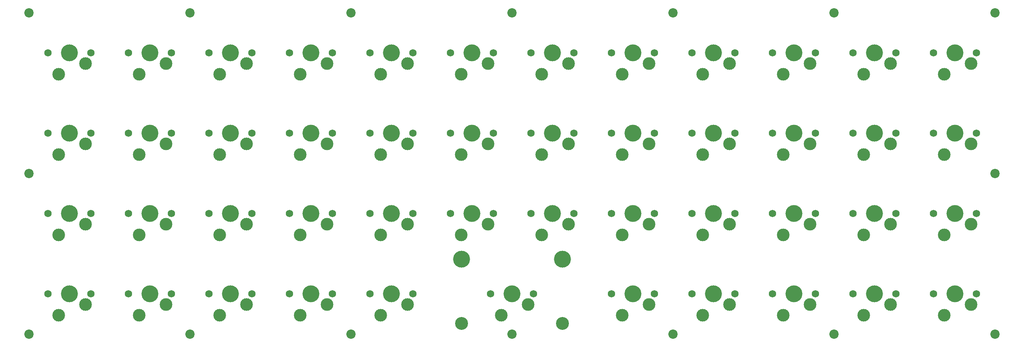
<source format=gbr>
%TF.GenerationSoftware,KiCad,Pcbnew,(5.1.10)-1*%
%TF.CreationDate,2021-09-28T16:44:32-06:00*%
%TF.ProjectId,MX47,4d583437-2e6b-4696-9361-645f70636258,rev?*%
%TF.SameCoordinates,Original*%
%TF.FileFunction,Soldermask,Top*%
%TF.FilePolarity,Negative*%
%FSLAX46Y46*%
G04 Gerber Fmt 4.6, Leading zero omitted, Abs format (unit mm)*
G04 Created by KiCad (PCBNEW (5.1.10)-1) date 2021-09-28 16:44:32*
%MOMM*%
%LPD*%
G01*
G04 APERTURE LIST*
%ADD10C,3.050000*%
%ADD11C,4.000000*%
%ADD12C,3.000000*%
%ADD13C,1.750000*%
%ADD14C,2.200000*%
G04 APERTURE END LIST*
D10*
%TO.C,U42*%
X153797000Y-123840000D03*
D11*
X153797000Y-108600000D03*
X177673000Y-108600000D03*
D10*
X177673000Y-123840000D03*
D12*
X163195000Y-121920000D03*
X169545000Y-119380000D03*
D13*
X160655000Y-116840000D03*
X170815000Y-116840000D03*
D11*
X165735000Y-116840000D03*
%TD*%
D14*
%TO.C,H16*%
X280035000Y-88265000D03*
%TD*%
%TO.C,H15*%
X241935000Y-126365000D03*
%TD*%
%TO.C,H14*%
X165735000Y-126365000D03*
%TD*%
%TO.C,H13*%
X89535000Y-126365000D03*
%TD*%
%TO.C,H12*%
X241935000Y-50165000D03*
%TD*%
%TO.C,H11*%
X165735000Y-50165000D03*
%TD*%
%TO.C,H10*%
X89535000Y-50165000D03*
%TD*%
%TO.C,H9*%
X51435000Y-88265000D03*
%TD*%
D12*
%TO.C,U47*%
X267970000Y-121920000D03*
X274320000Y-119380000D03*
D13*
X265430000Y-116840000D03*
X275590000Y-116840000D03*
D11*
X270510000Y-116840000D03*
%TD*%
D12*
%TO.C,U46*%
X248920000Y-121920000D03*
X255270000Y-119380000D03*
D13*
X246380000Y-116840000D03*
X256540000Y-116840000D03*
D11*
X251460000Y-116840000D03*
%TD*%
D12*
%TO.C,U45*%
X229870000Y-121920000D03*
X236220000Y-119380000D03*
D13*
X227330000Y-116840000D03*
X237490000Y-116840000D03*
D11*
X232410000Y-116840000D03*
%TD*%
D12*
%TO.C,U44*%
X210820000Y-121920000D03*
X217170000Y-119380000D03*
D13*
X208280000Y-116840000D03*
X218440000Y-116840000D03*
D11*
X213360000Y-116840000D03*
%TD*%
D12*
%TO.C,U43*%
X191770000Y-121920000D03*
X198120000Y-119380000D03*
D13*
X189230000Y-116840000D03*
X199390000Y-116840000D03*
D11*
X194310000Y-116840000D03*
%TD*%
D12*
%TO.C,U41*%
X134620000Y-121920000D03*
X140970000Y-119380000D03*
D13*
X132080000Y-116840000D03*
X142240000Y-116840000D03*
D11*
X137160000Y-116840000D03*
%TD*%
D12*
%TO.C,U40*%
X115570000Y-121920000D03*
X121920000Y-119380000D03*
D13*
X113030000Y-116840000D03*
X123190000Y-116840000D03*
D11*
X118110000Y-116840000D03*
%TD*%
D12*
%TO.C,U39*%
X96520000Y-121920000D03*
X102870000Y-119380000D03*
D13*
X93980000Y-116840000D03*
X104140000Y-116840000D03*
D11*
X99060000Y-116840000D03*
%TD*%
D12*
%TO.C,U38*%
X77470000Y-121920000D03*
X83820000Y-119380000D03*
D13*
X74930000Y-116840000D03*
X85090000Y-116840000D03*
D11*
X80010000Y-116840000D03*
%TD*%
D12*
%TO.C,U37*%
X58420000Y-121920000D03*
X64770000Y-119380000D03*
D13*
X55880000Y-116840000D03*
X66040000Y-116840000D03*
D11*
X60960000Y-116840000D03*
%TD*%
D12*
%TO.C,U36*%
X267970000Y-102870000D03*
X274320000Y-100330000D03*
D13*
X265430000Y-97790000D03*
X275590000Y-97790000D03*
D11*
X270510000Y-97790000D03*
%TD*%
D12*
%TO.C,U35*%
X248920000Y-102870000D03*
X255270000Y-100330000D03*
D13*
X246380000Y-97790000D03*
X256540000Y-97790000D03*
D11*
X251460000Y-97790000D03*
%TD*%
D12*
%TO.C,U34*%
X229870000Y-102870000D03*
X236220000Y-100330000D03*
D13*
X227330000Y-97790000D03*
X237490000Y-97790000D03*
D11*
X232410000Y-97790000D03*
%TD*%
D12*
%TO.C,U33*%
X210820000Y-102870000D03*
X217170000Y-100330000D03*
D13*
X208280000Y-97790000D03*
X218440000Y-97790000D03*
D11*
X213360000Y-97790000D03*
%TD*%
D12*
%TO.C,U32*%
X191770000Y-102870000D03*
X198120000Y-100330000D03*
D13*
X189230000Y-97790000D03*
X199390000Y-97790000D03*
D11*
X194310000Y-97790000D03*
%TD*%
D12*
%TO.C,U31*%
X172720000Y-102870000D03*
X179070000Y-100330000D03*
D13*
X170180000Y-97790000D03*
X180340000Y-97790000D03*
D11*
X175260000Y-97790000D03*
%TD*%
D12*
%TO.C,U30*%
X153670000Y-102870000D03*
X160020000Y-100330000D03*
D13*
X151130000Y-97790000D03*
X161290000Y-97790000D03*
D11*
X156210000Y-97790000D03*
%TD*%
D12*
%TO.C,U29*%
X134620000Y-102870000D03*
X140970000Y-100330000D03*
D13*
X132080000Y-97790000D03*
X142240000Y-97790000D03*
D11*
X137160000Y-97790000D03*
%TD*%
D12*
%TO.C,U28*%
X115570000Y-102870000D03*
X121920000Y-100330000D03*
D13*
X113030000Y-97790000D03*
X123190000Y-97790000D03*
D11*
X118110000Y-97790000D03*
%TD*%
D12*
%TO.C,U27*%
X96520000Y-102870000D03*
X102870000Y-100330000D03*
D13*
X93980000Y-97790000D03*
X104140000Y-97790000D03*
D11*
X99060000Y-97790000D03*
%TD*%
D12*
%TO.C,U26*%
X77470000Y-102870000D03*
X83820000Y-100330000D03*
D13*
X74930000Y-97790000D03*
X85090000Y-97790000D03*
D11*
X80010000Y-97790000D03*
%TD*%
D12*
%TO.C,U25*%
X58420000Y-102870000D03*
X64770000Y-100330000D03*
D13*
X55880000Y-97790000D03*
X66040000Y-97790000D03*
D11*
X60960000Y-97790000D03*
%TD*%
D12*
%TO.C,U24*%
X267970000Y-83820000D03*
X274320000Y-81280000D03*
D13*
X265430000Y-78740000D03*
X275590000Y-78740000D03*
D11*
X270510000Y-78740000D03*
%TD*%
D12*
%TO.C,U23*%
X248920000Y-83820000D03*
X255270000Y-81280000D03*
D13*
X246380000Y-78740000D03*
X256540000Y-78740000D03*
D11*
X251460000Y-78740000D03*
%TD*%
D12*
%TO.C,U22*%
X229870000Y-83820000D03*
X236220000Y-81280000D03*
D13*
X227330000Y-78740000D03*
X237490000Y-78740000D03*
D11*
X232410000Y-78740000D03*
%TD*%
D12*
%TO.C,U21*%
X210820000Y-83820000D03*
X217170000Y-81280000D03*
D13*
X208280000Y-78740000D03*
X218440000Y-78740000D03*
D11*
X213360000Y-78740000D03*
%TD*%
D12*
%TO.C,U20*%
X191770000Y-83820000D03*
X198120000Y-81280000D03*
D13*
X189230000Y-78740000D03*
X199390000Y-78740000D03*
D11*
X194310000Y-78740000D03*
%TD*%
D12*
%TO.C,U19*%
X172720000Y-83820000D03*
X179070000Y-81280000D03*
D13*
X170180000Y-78740000D03*
X180340000Y-78740000D03*
D11*
X175260000Y-78740000D03*
%TD*%
D12*
%TO.C,U18*%
X153670000Y-83820000D03*
X160020000Y-81280000D03*
D13*
X151130000Y-78740000D03*
X161290000Y-78740000D03*
D11*
X156210000Y-78740000D03*
%TD*%
D12*
%TO.C,U17*%
X134620000Y-83820000D03*
X140970000Y-81280000D03*
D13*
X132080000Y-78740000D03*
X142240000Y-78740000D03*
D11*
X137160000Y-78740000D03*
%TD*%
D12*
%TO.C,U16*%
X115570000Y-83820000D03*
X121920000Y-81280000D03*
D13*
X113030000Y-78740000D03*
X123190000Y-78740000D03*
D11*
X118110000Y-78740000D03*
%TD*%
D12*
%TO.C,U15*%
X96520000Y-83820000D03*
X102870000Y-81280000D03*
D13*
X93980000Y-78740000D03*
X104140000Y-78740000D03*
D11*
X99060000Y-78740000D03*
%TD*%
D12*
%TO.C,U14*%
X77470000Y-83820000D03*
X83820000Y-81280000D03*
D13*
X74930000Y-78740000D03*
X85090000Y-78740000D03*
D11*
X80010000Y-78740000D03*
%TD*%
D12*
%TO.C,U13*%
X58420000Y-83820000D03*
X64770000Y-81280000D03*
D13*
X55880000Y-78740000D03*
X66040000Y-78740000D03*
D11*
X60960000Y-78740000D03*
%TD*%
D12*
%TO.C,U12*%
X267970000Y-64770000D03*
X274320000Y-62230000D03*
D13*
X265430000Y-59690000D03*
X275590000Y-59690000D03*
D11*
X270510000Y-59690000D03*
%TD*%
D12*
%TO.C,U11*%
X248920000Y-64770000D03*
X255270000Y-62230000D03*
D13*
X246380000Y-59690000D03*
X256540000Y-59690000D03*
D11*
X251460000Y-59690000D03*
%TD*%
D12*
%TO.C,U10*%
X229870000Y-64770000D03*
X236220000Y-62230000D03*
D13*
X227330000Y-59690000D03*
X237490000Y-59690000D03*
D11*
X232410000Y-59690000D03*
%TD*%
D12*
%TO.C,U9*%
X210820000Y-64770000D03*
X217170000Y-62230000D03*
D13*
X208280000Y-59690000D03*
X218440000Y-59690000D03*
D11*
X213360000Y-59690000D03*
%TD*%
D12*
%TO.C,U8*%
X191770000Y-64770000D03*
X198120000Y-62230000D03*
D13*
X189230000Y-59690000D03*
X199390000Y-59690000D03*
D11*
X194310000Y-59690000D03*
%TD*%
D12*
%TO.C,U7*%
X172720000Y-64770000D03*
X179070000Y-62230000D03*
D13*
X170180000Y-59690000D03*
X180340000Y-59690000D03*
D11*
X175260000Y-59690000D03*
%TD*%
D12*
%TO.C,U6*%
X153670000Y-64770000D03*
X160020000Y-62230000D03*
D13*
X151130000Y-59690000D03*
X161290000Y-59690000D03*
D11*
X156210000Y-59690000D03*
%TD*%
D12*
%TO.C,U5*%
X134620000Y-64770000D03*
X140970000Y-62230000D03*
D13*
X132080000Y-59690000D03*
X142240000Y-59690000D03*
D11*
X137160000Y-59690000D03*
%TD*%
D12*
%TO.C,U4*%
X115570000Y-64770000D03*
X121920000Y-62230000D03*
D13*
X113030000Y-59690000D03*
X123190000Y-59690000D03*
D11*
X118110000Y-59690000D03*
%TD*%
D12*
%TO.C,U3*%
X96520000Y-64770000D03*
X102870000Y-62230000D03*
D13*
X93980000Y-59690000D03*
X104140000Y-59690000D03*
D11*
X99060000Y-59690000D03*
%TD*%
D12*
%TO.C,U2*%
X77470000Y-64770000D03*
X83820000Y-62230000D03*
D13*
X74930000Y-59690000D03*
X85090000Y-59690000D03*
D11*
X80010000Y-59690000D03*
%TD*%
D12*
%TO.C,U1*%
X58420000Y-64770000D03*
X64770000Y-62230000D03*
D13*
X55880000Y-59690000D03*
X66040000Y-59690000D03*
D11*
X60960000Y-59690000D03*
%TD*%
D14*
%TO.C,H8*%
X280035000Y-126365000D03*
%TD*%
%TO.C,H4*%
X203835000Y-126365000D03*
%TD*%
%TO.C,H7*%
X127635000Y-126365000D03*
%TD*%
%TO.C,H3*%
X51435000Y-126365000D03*
%TD*%
%TO.C,H6*%
X280035000Y-50165000D03*
%TD*%
%TO.C,H2*%
X203835000Y-50165000D03*
%TD*%
%TO.C,H5*%
X127635000Y-50165000D03*
%TD*%
%TO.C,H1*%
X51435000Y-50165000D03*
%TD*%
M02*

</source>
